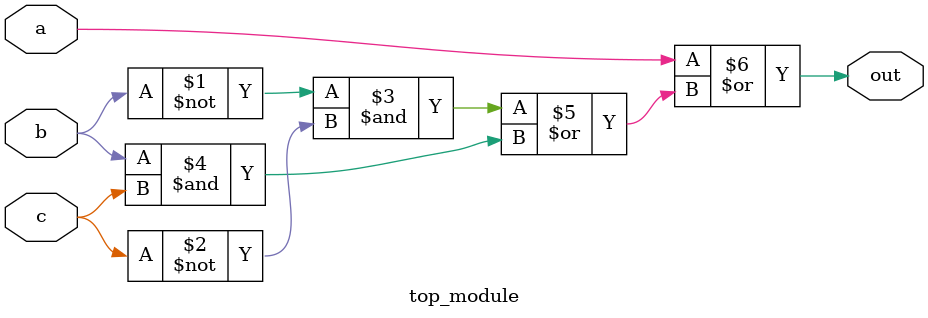
<source format=sv>
module top_module(
	input a, 
	input b,
	input c,
	output out
);

  assign out = a | ((~b & ~c) | (b & c));

endmodule

</source>
